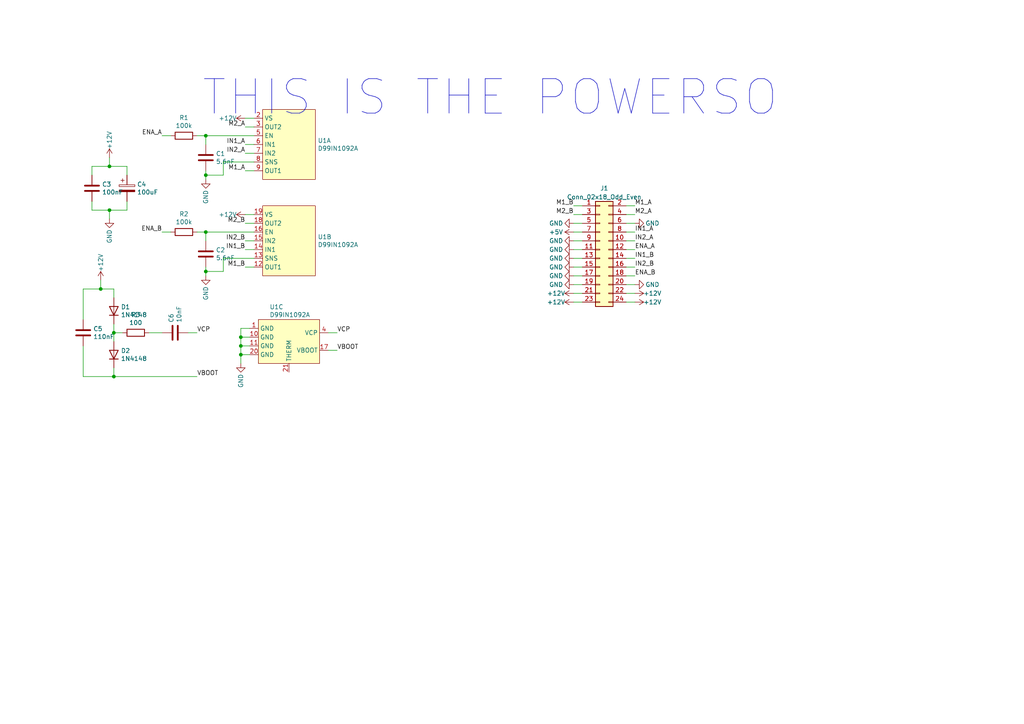
<source format=kicad_sch>
(kicad_sch (version 20200512) (host eeschema "5.99.0-unknown-ad88874~101~ubuntu20.04.1")
  (page 1 1)
  (paper "A4")
  (lib_symbols
    (symbol "Connector_Generic:Conn_02x12_Odd_Even" (pin_names hide)
      (property "Reference" "J" (at 1.27 15.24 0))
      (property "Value" "Conn_02x12_Odd_Even" (at 1.27 -17.78 0))
      (symbol "Conn_02x12_Odd_Even_1_1"
        (rectangle (start -1.27 -4.953) (end 0 -5.207))
        (rectangle (start -1.27 -7.493) (end 0 -7.747))
        (rectangle (start -1.27 -10.033) (end 0 -10.287))
        (rectangle (start -1.27 -12.573) (end 0 -12.827))
        (rectangle (start -1.27 -15.113) (end 0 -15.367))
        (rectangle (start -1.27 -2.413) (end 0 -2.667))
        (rectangle (start -1.27 2.667) (end 0 2.413))
        (rectangle (start -1.27 5.207) (end 0 4.953))
        (rectangle (start -1.27 7.747) (end 0 7.493))
        (rectangle (start -1.27 10.287) (end 0 10.033))
        (rectangle (start -1.27 0.127) (end 0 -0.127))
        (rectangle (start -1.27 12.827) (end 0 12.573))
        (rectangle (start -1.27 13.97) (end 3.81 -16.51) (stroke (width 0.254)) (fill (type background)))
        (rectangle (start 3.81 -4.953) (end 2.54 -5.207))
        (rectangle (start 3.81 -7.493) (end 2.54 -7.747))
        (rectangle (start 3.81 -10.033) (end 2.54 -10.287))
        (rectangle (start 3.81 -12.573) (end 2.54 -12.827))
        (rectangle (start 3.81 -15.113) (end 2.54 -15.367))
        (rectangle (start 3.81 -2.413) (end 2.54 -2.667))
        (rectangle (start 3.81 2.667) (end 2.54 2.413))
        (rectangle (start 3.81 5.207) (end 2.54 4.953))
        (rectangle (start 3.81 7.747) (end 2.54 7.493))
        (rectangle (start 3.81 10.287) (end 2.54 10.033))
        (rectangle (start 3.81 0.127) (end 2.54 -0.127))
        (rectangle (start 3.81 12.827) (end 2.54 12.573))
        (pin passive line (at -5.08 12.7 0) (length 3.81) (name "Pin_1") (number "1"))
        (pin passive line (at 7.62 2.54 180) (length 3.81) (name "Pin_10") (number "10"))
        (pin passive line (at -5.08 0 0) (length 3.81) (name "Pin_11") (number "11"))
        (pin passive line (at 7.62 0 180) (length 3.81) (name "Pin_12") (number "12"))
        (pin passive line (at -5.08 -2.54 0) (length 3.81) (name "Pin_13") (number "13"))
        (pin passive line (at 7.62 -2.54 180) (length 3.81) (name "Pin_14") (number "14"))
        (pin passive line (at -5.08 -5.08 0) (length 3.81) (name "Pin_15") (number "15"))
        (pin passive line (at 7.62 -5.08 180) (length 3.81) (name "Pin_16") (number "16"))
        (pin passive line (at -5.08 -7.62 0) (length 3.81) (name "Pin_17") (number "17"))
        (pin passive line (at 7.62 -7.62 180) (length 3.81) (name "Pin_18") (number "18"))
        (pin passive line (at -5.08 -10.16 0) (length 3.81) (name "Pin_19") (number "19"))
        (pin passive line (at 7.62 12.7 180) (length 3.81) (name "Pin_2") (number "2"))
        (pin passive line (at 7.62 -10.16 180) (length 3.81) (name "Pin_20") (number "20"))
        (pin passive line (at -5.08 -12.7 0) (length 3.81) (name "Pin_21") (number "21"))
        (pin passive line (at 7.62 -12.7 180) (length 3.81) (name "Pin_22") (number "22"))
        (pin passive line (at -5.08 -15.24 0) (length 3.81) (name "Pin_23") (number "23"))
        (pin passive line (at 7.62 -15.24 180) (length 3.81) (name "Pin_24") (number "24"))
        (pin passive line (at -5.08 10.16 0) (length 3.81) (name "Pin_3") (number "3"))
        (pin passive line (at 7.62 10.16 180) (length 3.81) (name "Pin_4") (number "4"))
        (pin passive line (at -5.08 7.62 0) (length 3.81) (name "Pin_5") (number "5"))
        (pin passive line (at 7.62 7.62 180) (length 3.81) (name "Pin_6") (number "6"))
        (pin passive line (at -5.08 5.08 0) (length 3.81) (name "Pin_7") (number "7"))
        (pin passive line (at 7.62 5.08 180) (length 3.81) (name "Pin_8") (number "8"))
        (pin passive line (at -5.08 2.54 0) (length 3.81) (name "Pin_9") (number "9"))
      )
    )
    (symbol "Device:C" (pin_numbers hide) (pin_names (offset 0.254))
      (property "Reference" "C" (at 0.635 2.54 0))
      (property "Value" "C" (at 0.635 -2.54 0))
      (symbol "C_0_1"
        (polyline (pts (xy -2.032 -0.762) (xy 2.032 -0.762)) (stroke (width 0.508)))
        (polyline (pts (xy -2.032 0.762) (xy 2.032 0.762)) (stroke (width 0.508)))
      )
      (symbol "C_1_1"
        (pin passive line (at 0 3.81 270) (length 2.794) (name "~") (number "1"))
        (pin passive line (at 0 -3.81 90) (length 2.794) (name "~") (number "2"))
      )
    )
    (symbol "Device:CP" (pin_numbers hide) (pin_names (offset 0.254))
      (property "Reference" "C" (at 0.635 2.54 0))
      (property "Value" "CP" (at 0.635 -2.54 0))
      (symbol "CP_0_1"
        (rectangle (start -2.286 0.508) (end 2.286 1.016))
        (rectangle (start 2.286 -0.508) (end -2.286 -1.016) (fill (type outline)))
        (polyline (pts (xy -1.778 2.286) (xy -0.762 2.286)))
        (polyline (pts (xy -1.27 2.794) (xy -1.27 1.778)))
      )
      (symbol "CP_1_1"
        (pin passive line (at 0 3.81 270) (length 2.794) (name "~") (number "1"))
        (pin passive line (at 0 -3.81 90) (length 2.794) (name "~") (number "2"))
      )
    )
    (symbol "Device:D" (pin_numbers hide) (pin_names hide)
      (property "Reference" "D" (at 0 2.54 0))
      (property "Value" "D" (at 0 -2.54 0))
      (symbol "D_0_1"
        (polyline (pts (xy -1.27 1.27) (xy -1.27 -1.27)) (stroke (width 0.254)))
        (polyline (pts (xy 1.27 0) (xy -1.27 0)))
        (polyline (pts (xy 1.27 1.27) (xy 1.27 -1.27) (xy -1.27 0) (xy 1.27 1.27)) (stroke (width 0.254)))
      )
      (symbol "D_1_1"
        (pin passive line (at -3.81 0 0) (length 2.54) (name "K") (number "1"))
        (pin passive line (at 3.81 0 180) (length 2.54) (name "A") (number "2"))
      )
    )
    (symbol "Device:R" (pin_numbers hide) (pin_names (offset 0))
      (property "Reference" "R" (at 2.032 0 90))
      (property "Value" "R" (at 0 0 90))
      (symbol "R_0_1"
        (rectangle (start -1.016 -2.54) (end 1.016 2.54) (stroke (width 0.254)))
      )
      (symbol "R_1_1"
        (pin passive line (at 0 3.81 270) (length 1.27) (name "~") (number "1"))
        (pin passive line (at 0 -3.81 90) (length 1.27) (name "~") (number "2"))
      )
    )
    (symbol "JBC_STM:D99IN1092A"
      (property "Reference" "U" (at 0 10.16 0))
      (property "Value" "D99IN1092A" (at 0 7.62 0))
      (symbol "D99IN1092A_1_1"
        (rectangle (start -7.62 10.16) (end 7.62 -10.16) (fill (type background)))
        (pin power_in line (at -10.16 7.62 0) (length 2.54) (name "VS") (number "2"))
        (pin power_out line (at -10.16 5.08 0) (length 2.54) (name "OUT2") (number "3"))
        (pin input line (at -10.16 2.54 0) (length 2.54) (name "EN") (number "5"))
        (pin input line (at -10.16 0 0) (length 2.54) (name "IN1") (number "6"))
        (pin input line (at -10.16 -2.54 0) (length 2.54) (name "IN2") (number "7"))
        (pin input line (at -10.16 -5.08 0) (length 2.54) (name "SNS") (number "8"))
        (pin power_out line (at -10.16 -7.62 0) (length 2.54) (name "OUT1") (number "9"))
      )
      (symbol "D99IN1092A_2_1"
        (rectangle (start -7.62 10.16) (end 7.62 -10.16) (fill (type background)))
        (pin power_out line (at -10.16 -7.62 0) (length 2.54) (name "OUT1") (number "12"))
        (pin input line (at -10.16 -5.08 0) (length 2.54) (name "SNS") (number "13"))
        (pin input line (at -10.16 -2.54 0) (length 2.54) (name "IN1") (number "14"))
        (pin input line (at -10.16 0 0) (length 2.54) (name "IN2") (number "15"))
        (pin input line (at -10.16 2.54 0) (length 2.54) (name "EN") (number "16"))
        (pin power_out line (at -10.16 5.08 0) (length 2.54) (name "OUT2") (number "18"))
        (pin power_in line (at -10.16 7.62 0) (length 2.54) (name "VS") (number "19"))
      )
      (symbol "D99IN1092A_3_1"
        (rectangle (start -8.89 6.35) (end 8.89 -6.35) (fill (type background)))
        (pin power_in line (at -11.43 3.81 0) (length 2.54) (name "GND") (number "1"))
        (pin power_in line (at -11.43 1.27 0) (length 2.54) (name "GND") (number "10"))
        (pin power_in line (at -11.43 -1.27 0) (length 2.54) (name "GND") (number "11"))
        (pin power_in line (at 11.43 -2.54 180) (length 2.54) (name "VBOOT") (number "17"))
        (pin power_in line (at -11.43 -3.81 0) (length 2.54) (name "GND") (number "20"))
        (pin passive line (at 0 -8.89 90) (length 2.54) (name "THERM") (number "21"))
        (pin power_in line (at 11.43 2.54 180) (length 2.54) (name "VCP") (number "4"))
      )
    )
    (symbol "power:+12V" (power) (pin_names (offset 0))
      (property "Value" "+12V" (at 0 3.556 0))
      (symbol "+12V_0_1"
        (polyline (pts (xy -0.762 1.27) (xy 0 2.54)))
        (polyline (pts (xy 0 0) (xy 0 2.54)))
        (polyline (pts (xy 0 2.54) (xy 0.762 1.27)))
      )
      (symbol "+12V_1_1"
        (pin power_in line (at 0 0 90) (length 0) (name "+12V") (number "1") hide)
      )
    )
    (symbol "power:+5V" (power) (pin_names (offset 0))
      (property "Value" "+5V" (at 0 3.556 0))
      (symbol "+5V_0_1"
        (polyline (pts (xy -0.762 1.27) (xy 0 2.54)))
        (polyline (pts (xy 0 0) (xy 0 2.54)))
        (polyline (pts (xy 0 2.54) (xy 0.762 1.27)))
      )
      (symbol "+5V_1_1"
        (pin power_in line (at 0 0 90) (length 0) (name "+5V") (number "1") hide)
      )
    )
    (symbol "power:GND" (power) (pin_names (offset 0))
      (property "Value" "GND" (at 0 -3.81 0))
      (symbol "GND_0_1"
        (polyline (pts (xy 0 0) (xy 0 -1.27) (xy 1.27 -1.27) (xy 0 -2.54) (xy -1.27 -1.27) (xy 0 -1.27)))
      )
      (symbol "GND_1_1"
        (pin power_in line (at 0 0 270) (length 0) (name "GND") (number "1") hide)
      )
    )
  )
  (junction (at 29.21 83.82))
  (junction (at 31.75 48.26))
  (junction (at 31.75 60.96))
  (junction (at 33.02 96.52))
  (junction (at 33.02 109.22))
  (junction (at 59.69 39.37))
  (junction (at 59.69 50.8))
  (junction (at 59.69 67.31))
  (junction (at 59.69 78.74))
  (junction (at 69.85 97.79))
  (junction (at 69.85 100.33))
  (junction (at 69.85 102.87))
  (wire (pts (xy 24.13 83.82) (xy 24.13 92.71)))
  (wire (pts (xy 24.13 100.33) (xy 24.13 109.22)))
  (wire (pts (xy 24.13 109.22) (xy 33.02 109.22)))
  (wire (pts (xy 26.67 48.26) (xy 26.67 50.8)))
  (wire (pts (xy 26.67 58.42) (xy 26.67 60.96)))
  (wire (pts (xy 29.21 81.28) (xy 29.21 83.82)))
  (wire (pts (xy 29.21 83.82) (xy 24.13 83.82)))
  (wire (pts (xy 29.21 83.82) (xy 33.02 83.82)))
  (wire (pts (xy 31.75 45.72) (xy 31.75 48.26)))
  (wire (pts (xy 31.75 48.26) (xy 26.67 48.26)))
  (wire (pts (xy 31.75 60.96) (xy 26.67 60.96)))
  (wire (pts (xy 31.75 60.96) (xy 36.83 60.96)))
  (wire (pts (xy 31.75 63.5) (xy 31.75 60.96)))
  (wire (pts (xy 33.02 83.82) (xy 33.02 86.36)))
  (wire (pts (xy 33.02 93.98) (xy 33.02 96.52)))
  (wire (pts (xy 33.02 96.52) (xy 33.02 99.06)))
  (wire (pts (xy 33.02 96.52) (xy 35.56 96.52)))
  (wire (pts (xy 33.02 106.68) (xy 33.02 109.22)))
  (wire (pts (xy 33.02 109.22) (xy 57.15 109.22)))
  (wire (pts (xy 36.83 48.26) (xy 31.75 48.26)))
  (wire (pts (xy 36.83 50.8) (xy 36.83 48.26)))
  (wire (pts (xy 36.83 60.96) (xy 36.83 58.42)))
  (wire (pts (xy 43.18 96.52) (xy 46.99 96.52)))
  (wire (pts (xy 46.99 39.37) (xy 49.53 39.37)))
  (wire (pts (xy 46.99 67.31) (xy 49.53 67.31)))
  (wire (pts (xy 54.61 96.52) (xy 57.15 96.52)))
  (wire (pts (xy 57.15 39.37) (xy 59.69 39.37)))
  (wire (pts (xy 59.69 39.37) (xy 59.69 41.91)))
  (wire (pts (xy 59.69 39.37) (xy 73.66 39.37)))
  (wire (pts (xy 59.69 49.53) (xy 59.69 50.8)))
  (wire (pts (xy 59.69 50.8) (xy 59.69 52.07)))
  (wire (pts (xy 59.69 67.31) (xy 57.15 67.31)))
  (wire (pts (xy 59.69 67.31) (xy 73.66 67.31)))
  (wire (pts (xy 59.69 69.85) (xy 59.69 67.31)))
  (wire (pts (xy 59.69 77.47) (xy 59.69 78.74)))
  (wire (pts (xy 59.69 78.74) (xy 59.69 80.01)))
  (wire (pts (xy 64.77 46.99) (xy 64.77 50.8)))
  (wire (pts (xy 64.77 46.99) (xy 73.66 46.99)))
  (wire (pts (xy 64.77 50.8) (xy 59.69 50.8)))
  (wire (pts (xy 64.77 74.93) (xy 64.77 78.74)))
  (wire (pts (xy 64.77 74.93) (xy 73.66 74.93)))
  (wire (pts (xy 64.77 78.74) (xy 59.69 78.74)))
  (wire (pts (xy 69.85 95.25) (xy 72.39 95.25)))
  (wire (pts (xy 69.85 97.79) (xy 69.85 95.25)))
  (wire (pts (xy 69.85 97.79) (xy 72.39 97.79)))
  (wire (pts (xy 69.85 100.33) (xy 69.85 97.79)))
  (wire (pts (xy 69.85 100.33) (xy 72.39 100.33)))
  (wire (pts (xy 69.85 102.87) (xy 69.85 100.33)))
  (wire (pts (xy 69.85 102.87) (xy 72.39 102.87)))
  (wire (pts (xy 69.85 105.41) (xy 69.85 102.87)))
  (wire (pts (xy 71.12 34.29) (xy 73.66 34.29)))
  (wire (pts (xy 71.12 36.83) (xy 73.66 36.83)))
  (wire (pts (xy 71.12 41.91) (xy 73.66 41.91)))
  (wire (pts (xy 71.12 44.45) (xy 73.66 44.45)))
  (wire (pts (xy 71.12 49.53) (xy 73.66 49.53)))
  (wire (pts (xy 71.12 62.23) (xy 73.66 62.23)))
  (wire (pts (xy 71.12 64.77) (xy 73.66 64.77)))
  (wire (pts (xy 71.12 69.85) (xy 73.66 69.85)))
  (wire (pts (xy 71.12 72.39) (xy 73.66 72.39)))
  (wire (pts (xy 71.12 77.47) (xy 73.66 77.47)))
  (wire (pts (xy 95.25 96.52) (xy 97.79 96.52)))
  (wire (pts (xy 95.25 101.6) (xy 97.79 101.6)))
  (wire (pts (xy 166.37 59.69) (xy 168.91 59.69)))
  (wire (pts (xy 166.37 62.23) (xy 168.91 62.23)))
  (wire (pts (xy 166.37 64.77) (xy 168.91 64.77)))
  (wire (pts (xy 166.37 67.31) (xy 168.91 67.31)))
  (wire (pts (xy 166.37 69.85) (xy 168.91 69.85)))
  (wire (pts (xy 166.37 72.39) (xy 168.91 72.39)))
  (wire (pts (xy 166.37 74.93) (xy 168.91 74.93)))
  (wire (pts (xy 166.37 77.47) (xy 168.91 77.47)))
  (wire (pts (xy 166.37 80.01) (xy 168.91 80.01)))
  (wire (pts (xy 166.37 82.55) (xy 168.91 82.55)))
  (wire (pts (xy 166.37 85.09) (xy 168.91 85.09)))
  (wire (pts (xy 166.37 87.63) (xy 168.91 87.63)))
  (wire (pts (xy 181.61 72.39) (xy 184.15 72.39)))
  (wire (pts (xy 181.61 74.93) (xy 184.15 74.93)))
  (wire (pts (xy 184.15 59.69) (xy 181.61 59.69)))
  (wire (pts (xy 184.15 62.23) (xy 181.61 62.23)))
  (wire (pts (xy 184.15 64.77) (xy 181.61 64.77)))
  (wire (pts (xy 184.15 67.31) (xy 181.61 67.31)))
  (wire (pts (xy 184.15 69.85) (xy 181.61 69.85)))
  (wire (pts (xy 184.15 77.47) (xy 181.61 77.47)))
  (wire (pts (xy 184.15 80.01) (xy 181.61 80.01)))
  (wire (pts (xy 184.15 82.55) (xy 181.61 82.55)))
  (wire (pts (xy 184.15 85.09) (xy 181.61 85.09)))
  (wire (pts (xy 184.15 87.63) (xy 181.61 87.63)))
  (text "THIS IS THE POWERSO" (at 226.06 34.29 180) (effects (font (size 10 10)) (justify right bottom)))
  (label "ENA_A" (at 46.99 39.37 180))
  (label "ENA_B" (at 46.99 67.31 180))
  (label "VCP" (at 57.15 96.52 0))
  (label "VBOOT" (at 57.15 109.22 0))
  (label "M2_A" (at 71.12 36.83 180))
  (label "IN1_A" (at 71.12 41.91 180))
  (label "IN2_A" (at 71.12 44.45 180))
  (label "M1_A" (at 71.12 49.53 180))
  (label "M2_B" (at 71.12 64.77 180))
  (label "IN2_B" (at 71.12 69.85 180))
  (label "IN1_B" (at 71.12 72.39 180))
  (label "M1_B" (at 71.12 77.47 180))
  (label "VCP" (at 97.79 96.52 0))
  (label "VBOOT" (at 97.79 101.6 0))
  (label "M1_B" (at 166.37 59.69 180))
  (label "M2_B" (at 166.37 62.23 180))
  (label "M1_A" (at 184.15 59.69 0))
  (label "M2_A" (at 184.15 62.23 0))
  (label "IN1_A" (at 184.15 67.31 0))
  (label "IN2_A" (at 184.15 69.85 0))
  (label "ENA_A" (at 184.15 72.39 0))
  (label "IN1_B" (at 184.15 74.93 0))
  (label "IN2_B" (at 184.15 77.47 0))
  (label "ENA_B" (at 184.15 80.01 0))
  (symbol (lib_id "power:+12V") (at 29.21 81.28 0) (mirror y) (unit 1)
    (property "Reference" "#PWR019" (effects hide))
    (property "Value" "+12V" (at 29.21 76.2 90))
  )
  (symbol (lib_id "power:+12V") (at 31.75 45.72 0) (mirror y) (unit 1)
    (property "Reference" "#PWR020" (effects hide))
    (property "Value" "+12V" (at 31.75 40.64 90))
  )
  (symbol (lib_id "power:+12V") (at 71.12 34.29 90) (mirror x) (unit 1)
    (property "Reference" "#PWR01" (effects hide))
    (property "Value" "+12V" (at 66.04 34.29 90))
  )
  (symbol (lib_id "power:+12V") (at 71.12 62.23 90) (mirror x) (unit 1)
    (property "Reference" "#PWR03" (effects hide))
    (property "Value" "+12V" (at 66.04 62.23 90))
  )
  (symbol (lib_id "power:+5V") (at 166.37 67.31 90) (unit 1)
    (property "Reference" "#PWR06" (effects hide))
    (property "Value" "+5V" (at 161.29 67.31 90))
  )
  (symbol (lib_id "power:+12V") (at 166.37 85.09 90) (mirror x) (unit 1)
    (property "Reference" "#PWR015" (effects hide))
    (property "Value" "+12V" (at 161.29 85.09 90))
  )
  (symbol (lib_id "power:+12V") (at 166.37 87.63 90) (mirror x) (unit 1)
    (property "Reference" "#PWR017" (effects hide))
    (property "Value" "+12V" (at 161.29 87.63 90))
  )
  (symbol (lib_id "power:+12V") (at 184.15 85.09 270) (unit 1)
    (property "Reference" "#PWR016" (effects hide))
    (property "Value" "+12V" (at 189.23 85.09 90))
  )
  (symbol (lib_id "power:+12V") (at 184.15 87.63 270) (unit 1)
    (property "Reference" "#PWR018" (effects hide))
    (property "Value" "+12V" (at 189.23 87.63 90))
  )
  (symbol (lib_id "power:GND") (at 31.75 63.5 0) (unit 1)
    (property "Reference" "#PWR022" (effects hide))
    (property "Value" "GND" (at 31.75 68.58 90))
  )
  (symbol (lib_id "power:GND") (at 59.69 52.07 0) (unit 1)
    (property "Reference" "#PWR02" (effects hide))
    (property "Value" "GND" (at 59.69 57.15 90))
  )
  (symbol (lib_id "power:GND") (at 59.69 80.01 0) (unit 1)
    (property "Reference" "#PWR011" (effects hide))
    (property "Value" "GND" (at 59.69 85.09 90))
  )
  (symbol (lib_id "power:GND") (at 69.85 105.41 0) (unit 1)
    (property "Reference" "#PWR021" (effects hide))
    (property "Value" "GND" (at 69.85 110.49 90))
  )
  (symbol (lib_id "power:GND") (at 166.37 64.77 270) (unit 1)
    (property "Reference" "#PWR04" (effects hide))
    (property "Value" "GND" (at 161.29 64.77 90))
  )
  (symbol (lib_id "power:GND") (at 166.37 69.85 270) (unit 1)
    (property "Reference" "#PWR07" (effects hide))
    (property "Value" "GND" (at 161.29 69.85 90))
  )
  (symbol (lib_id "power:GND") (at 166.37 72.39 270) (unit 1)
    (property "Reference" "#PWR08" (effects hide))
    (property "Value" "GND" (at 161.29 72.39 90))
  )
  (symbol (lib_id "power:GND") (at 166.37 74.93 270) (unit 1)
    (property "Reference" "#PWR09" (effects hide))
    (property "Value" "GND" (at 161.29 74.93 90))
  )
  (symbol (lib_id "power:GND") (at 166.37 77.47 270) (unit 1)
    (property "Reference" "#PWR010" (effects hide))
    (property "Value" "GND" (at 161.29 77.47 90))
  )
  (symbol (lib_id "power:GND") (at 166.37 80.01 270) (unit 1)
    (property "Reference" "#PWR012" (effects hide))
    (property "Value" "GND" (at 161.29 80.01 90))
  )
  (symbol (lib_id "power:GND") (at 166.37 82.55 270) (unit 1)
    (property "Reference" "#PWR013" (effects hide))
    (property "Value" "GND" (at 161.29 82.55 90))
  )
  (symbol (lib_id "power:GND") (at 184.15 64.77 90) (unit 1)
    (property "Reference" "#PWR05" (effects hide))
    (property "Value" "GND" (at 189.23 64.77 90))
  )
  (symbol (lib_id "power:GND") (at 184.15 82.55 90) (unit 1)
    (property "Reference" "#PWR014" (effects hide))
    (property "Value" "GND" (at 189.23 82.55 90))
  )
  (symbol (lib_id "Device:R") (at 39.37 96.52 90) (unit 1)
    (property "Reference" "R3" (at 39.37 91.2876 90))
    (property "Value" "100" (at 39.37 93.599 90))
    (property "Footprint" "Resistor_SMD:R_0603_1608Metric" (effects hide))
  )
  (symbol (lib_id "Device:R") (at 53.34 39.37 90) (unit 1)
    (property "Reference" "R1" (at 53.34 34.138 90))
    (property "Value" "100k" (at 53.34 36.449 90))
    (property "Footprint" "Resistor_SMD:R_0603_1608Metric" (effects hide))
  )
  (symbol (lib_id "Device:R") (at 53.34 67.31 90) (unit 1)
    (property "Reference" "R2" (at 53.34 62.078 90))
    (property "Value" "100k" (at 53.34 64.389 90))
    (property "Footprint" "Resistor_SMD:R_0603_1608Metric" (effects hide))
  )
  (symbol (lib_id "Device:D") (at 33.02 90.17 90) (unit 1)
    (property "Reference" "D1" (at 35.052 89.027 90) (effects (justify right)))
    (property "Value" "1N4148" (at 35.052 91.313 90) (effects (justify right)))
    (property "Footprint" "JBC_diodes:D_SOD-80" (effects hide))
  )
  (symbol (lib_id "Device:D") (at 33.02 102.87 90) (unit 1)
    (property "Reference" "D2" (at 35.052 101.727 90) (effects (justify right)))
    (property "Value" "1N4148" (at 35.052 104.013 90) (effects (justify right)))
    (property "Footprint" "JBC_diodes:D_SOD-80" (effects hide))
  )
  (symbol (lib_id "Device:C") (at 24.13 96.52 0) (unit 1)
    (property "Reference" "C5" (at 27.051 95.377 0) (effects (justify left)))
    (property "Value" "110nF" (at 27.051 97.663 0) (effects (justify left)))
    (property "Footprint" "Capacitor_SMD:C_0603_1608Metric" (effects hide))
  )
  (symbol (lib_id "Device:C") (at 26.67 54.61 0) (unit 1)
    (property "Reference" "C3" (at 29.591 53.467 0) (effects (justify left)))
    (property "Value" "100nF" (at 29.591 55.753 0) (effects (justify left)))
    (property "Footprint" "Capacitor_SMD:C_0603_1608Metric" (effects hide))
  )
  (symbol (lib_id "Device:CP") (at 36.83 54.61 0) (unit 1)
    (property "Reference" "C4" (at 39.751 53.467 0) (effects (justify left)))
    (property "Value" "100uF" (at 39.751 55.753 0) (effects (justify left)))
    (property "Footprint" "Capacitor_SMD:CP_Elec_8x5.4" (effects hide))
  )
  (symbol (lib_id "Device:C") (at 50.8 96.52 90) (unit 1)
    (property "Reference" "C6" (at 49.657 93.599 0) (effects (justify left)))
    (property "Value" "10nF" (at 51.943 93.599 0) (effects (justify left)))
    (property "Footprint" "Capacitor_SMD:C_0603_1608Metric" (effects hide))
  )
  (symbol (lib_id "Device:C") (at 59.69 45.72 0) (unit 1)
    (property "Reference" "C1" (at 62.611 44.577 0) (effects (justify left)))
    (property "Value" "5.6nF" (at 62.611 46.863 0) (effects (justify left)))
    (property "Footprint" "Capacitor_SMD:C_0603_1608Metric" (effects hide))
  )
  (symbol (lib_id "Device:C") (at 59.69 73.66 0) (unit 1)
    (property "Reference" "C2" (at 62.611 72.517 0) (effects (justify left)))
    (property "Value" "5.6nF" (at 62.611 74.803 0) (effects (justify left)))
    (property "Footprint" "Capacitor_SMD:C_0603_1608Metric" (effects hide))
  )
  (symbol (lib_id "JBC_STM:D99IN1092A") (at 83.82 99.06 0) (unit 3)
    (property "Reference" "U1" (at 78.1812 89.027 0) (effects (justify left)))
    (property "Value" "D99IN1092A" (at 78.1812 91.313 0) (effects (justify left)))
    (property "Footprint" "Package_SO:HSOP-20-1EP_11.0x15.9mm_P1.27mm_SlugDown_ThermalVias" (effects hide))
  )
  (symbol (lib_id "JBC_STM:D99IN1092A") (at 83.82 41.91 0) (unit 1)
    (property "Reference" "U1" (at 92.1512 40.767 0) (effects (justify left)))
    (property "Value" "D99IN1092A" (at 92.1512 43.053 0) (effects (justify left)))
    (property "Footprint" "Package_SO:HSOP-20-1EP_11.0x15.9mm_P1.27mm_SlugDown_ThermalVias" (effects hide))
  )
  (symbol (lib_id "JBC_STM:D99IN1092A") (at 83.82 69.85 0) (unit 2)
    (property "Reference" "U1" (at 92.1512 68.707 0) (effects (justify left)))
    (property "Value" "D99IN1092A" (at 92.1512 70.993 0) (effects (justify left)))
    (property "Footprint" "Package_SO:HSOP-20-1EP_11.0x15.9mm_P1.27mm_SlugDown_ThermalVias" (effects hide))
  )
  (symbol (lib_id "Connector_Generic:Conn_02x12_Odd_Even") (at 173.99 72.39 0) (unit 1)
    (property "Reference" "J1" (at 175.26 54.61 0))
    (property "Value" "Conn_02x18_Odd_Even" (at 175.26 57.15 0))
    (property "Footprint" "JBC_mechanical:PinHeader_2x12_P2.54mm_Horizontal" (effects hide))
  )
)
</source>
